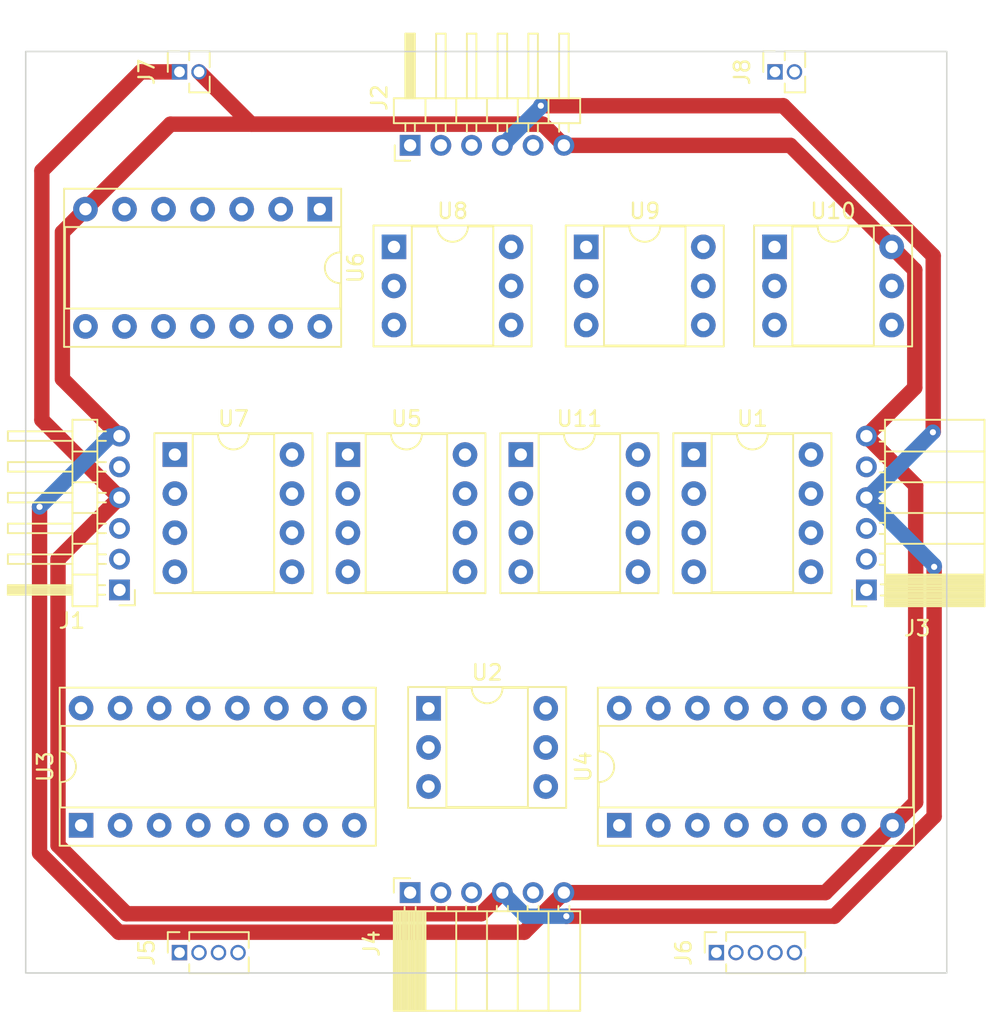
<source format=kicad_pcb>
(kicad_pcb (version 20221018) (generator pcbnew)
  (layers (0 "F.Cu" signal) (31 "B.Cu" signal) (34 "B.Paste" user) (35 "F.Paste" user) (36 "B.SilkS" user "B.Silkscreen") (37 "F.SilkS" user "F.Silkscreen") (38 "B.Mask" user) (39 "F.Mask" user) (44 "Edge.Cuts" user))
  (net 0 "")
  (net 1 "CLK")
  (net 2 "MOSI")
  (net 3 "SS")
  (net 4 "VIN")
  (net 5 "VCC")
  (net 6 "GND")
  (net 7 "MISO0")
  (net 8 "MISO1")
  (net 9 "LS0")
  (net 10 "LS1")
  (net 11 "LS2")
  (net 12 "LS3")
  (net 13 "LS4")
  (net 14 "LS5")
  (net 15 "LS6")
  (net 16 "LS7")
  (net 17 "LS8")
  (net 18 "LEN")
  (net 19 "Net-(U4-Q0)")
  (net 20 "Net-(U4-Q1)")
  (net 21 "Net-(U11-C)")
  (net 22 "Net-(U6A-~{Q})")
  (net 23 "Net-(U3-RCLK)")
  (net 24 "Net-(U3-QD)")
  (net 25 "Net-(U4-CPR)")
  (net 31 "SEN")
  (net 33 "Net-(U6B-~{R})")
  (net 34 "Net-(U5-Pad7)")
  (net 35 "Net-(U6A-~{R})")
  (net 36 "Net-(U6A-D)")
  (net 37 "Net-(U6A-C)")
  (net 38 "Net-(U10-LE)")
  (net 39 "Net-(U6B-~{Q})")
  (net 40 "Net-(U6B-~{S})")
  (net 41 "Net-(U11-Q)")
  (net 42 "Net-(U10-Q)")
  (footprint "Package_DIP:DIP-6_W7.62mm_Socket" (layer "F.Cu") (at 51.2 67.7)
    (fp_text reference "U2" (at 3.81 -2.33) (layer "F.SilkS"))
    (fp_text value "74LVC2G04")
    (pad "1" thru_hole rect (at 0 0) (size 1.6 1.6) (drill 0.8) (layers "*.Cu" "*.Mask") (net 1 "CLK"))
    (pad "2" thru_hole oval (at 0 2.54) (size 1.6 1.6) (drill 0.8) (layers "*.Cu" "*.Mask") (net 6 "GND"))
    (pad "3" thru_hole oval (at 0 5.08) (size 1.6 1.6) (drill 0.8) (layers "*.Cu" "*.Mask") (net 24 "Net-(U3-QD)"))
    (pad "4" thru_hole oval (at 7.62 5.08) (size 1.6 1.6) (drill 0.8) (layers "*.Cu" "*.Mask") (net 18 "LEN"))
    (pad "5" thru_hole oval (at 7.62 2.54) (size 1.6 1.6) (drill 0.8) (layers "*.Cu" "*.Mask") (net 5 "VCC"))
    (pad "6" thru_hole oval (at 7.62 0) (size 1.6 1.6) (drill 0.8) (layers "*.Cu" "*.Mask") (net 25 "Net-(U4-CPR)"))
  )
  (footprint "Connector_PinHeader_2.00mm:PinHeader_1x06_P2.00mm_Horizontal" (layer "F.Cu") (at 31.1 60 180)
    (fp_text reference "J1" (at 3.1 -2) (layer "F.SilkS"))
    (fp_text value "Conn_01x06")
    (pad "1" thru_hole rect (at 0 0 180) (size 1.35 1.35) (drill 0.8) (layers "*.Cu" "*.Mask") (net 1 "CLK"))
    (pad "2" thru_hole oval (at 0 2 180) (size 1.35 1.35) (drill 0.8) (layers "*.Cu" "*.Mask") (net 2 "MOSI"))
    (pad "3" thru_hole oval (at 0 4 180) (size 1.35 1.35) (drill 0.8) (layers "*.Cu" "*.Mask") (net 3 "SS"))
    (pad "4" thru_hole oval (at 0 6 180) (size 1.35 1.35) (drill 0.8) (layers "*.Cu" "*.Mask") (net 4 "VIN"))
    (pad "5" thru_hole oval (at 0 8 180) (size 1.35 1.35) (drill 0.8) (layers "*.Cu" "*.Mask") (net 5 "VCC"))
    (pad "6" thru_hole oval (at 0 10 180) (size 1.35 1.35) (drill 0.8) (layers "*.Cu" "*.Mask") (net 6 "GND"))
  )
  (footprint "Package_DIP:DIP-8_W7.62mm_Socket" (layer "F.Cu") (at 34.7 51.2)
    (fp_text reference "U7" (at 3.81 -2.33) (layer "F.SilkS"))
    (fp_text value "74LVC2G32")
    (pad "1" thru_hole rect (at 0 0) (size 1.6 1.6) (drill 0.8) (layers "*.Cu" "*.Mask") (net 33 "Net-(U6B-~{R})"))
    (pad "2" thru_hole oval (at 0 2.54) (size 1.6 1.6) (drill 0.8) (layers "*.Cu" "*.Mask") (net 39 "Net-(U6B-~{Q})"))
    (pad "3" thru_hole oval (at 0 5.08) (size 1.6 1.6) (drill 0.8) (layers "*.Cu" "*.Mask") (net 40 "Net-(U6B-~{S})"))
    (pad "4" thru_hole oval (at 0 7.62) (size 1.6 1.6) (drill 0.8) (layers "*.Cu" "*.Mask") (net 6 "GND"))
    (pad "5" thru_hole oval (at 7.62 7.62) (size 1.6 1.6) (drill 0.8) (layers "*.Cu" "*.Mask") (net 34 "Net-(U5-Pad7)"))
    (pad "6" thru_hole oval (at 7.62 5.08) (size 1.6 1.6) (drill 0.8) (layers "*.Cu" "*.Mask") (net 38 "Net-(U10-LE)"))
    (pad "7" thru_hole oval (at 7.62 2.54) (size 1.6 1.6) (drill 0.8) (layers "*.Cu" "*.Mask") (net 35 "Net-(U6A-~{R})"))
    (pad "8" thru_hole oval (at 7.62 0) (size 1.6 1.6) (drill 0.8) (layers "*.Cu" "*.Mask") (net 5 "VCC"))
  )
  (footprint "Connector_PinHeader_2.00mm:PinHeader_1x06_P2.00mm_Horizontal" (layer "F.Cu") (at 50 31.1 90)
    (fp_text reference "J2" (at 3.1 -2 90) (layer "F.SilkS"))
    (fp_text value "Conn_01x06")
    (pad "1" thru_hole rect (at 0 0 90) (size 1.35 1.35) (drill 0.8) (layers "*.Cu" "*.Mask") (net 1 "CLK"))
    (pad "2" thru_hole oval (at 0 2 90) (size 1.35 1.35) (drill 0.8) (layers "*.Cu" "*.Mask") (net 2 "MOSI"))
    (pad "3" thru_hole oval (at 0 4 90) (size 1.35 1.35) (drill 0.8) (layers "*.Cu" "*.Mask") (net 3 "SS"))
    (pad "4" thru_hole oval (at 0 6 90) (size 1.35 1.35) (drill 0.8) (layers "*.Cu" "*.Mask") (net 4 "VIN"))
    (pad "5" thru_hole oval (at 0 8 90) (size 1.35 1.35) (drill 0.8) (layers "*.Cu" "*.Mask") (net 5 "VCC"))
    (pad "6" thru_hole oval (at 0 10 90) (size 1.35 1.35) (drill 0.8) (layers "*.Cu" "*.Mask") (net 6 "GND"))
  )
  (footprint "Package_DIP:DIP-16_W7.62mm_Socket" (layer "F.Cu") (at 28.6 75.3 90)
    (fp_text reference "U3" (at 3.81 -2.33 90) (layer "F.SilkS"))
    (fp_text value "74HC595")
    (pad "1" thru_hole rect (at 0 0 90) (size 1.6 1.6) (drill 0.8) (layers "*.Cu" "*.Mask") (net 10 "LS1"))
    (pad "2" thru_hole oval (at 0 2.54 90) (size 1.6 1.6) (drill 0.8) (layers "*.Cu" "*.Mask") (net 11 "LS2"))
    (pad "3" thru_hole oval (at 0 5.08 90) (size 1.6 1.6) (drill 0.8) (layers "*.Cu" "*.Mask") (net 24 "Net-(U3-QD)"))
    (pad "4" thru_hole oval (at 0 7.62 90) (size 1.6 1.6) (drill 0.8) (layers "*.Cu" "*.Mask"))
    (pad "5" thru_hole oval (at 0 10.16 90) (size 1.6 1.6) (drill 0.8) (layers "*.Cu" "*.Mask"))
    (pad "6" thru_hole oval (at 0 12.7 90) (size 1.6 1.6) (drill 0.8) (layers "*.Cu" "*.Mask"))
    (pad "7" thru_hole oval (at 0 15.24 90) (size 1.6 1.6) (drill 0.8) (layers "*.Cu" "*.Mask"))
    (pad "8" thru_hole oval (at 0 17.78 90) (size 1.6 1.6) (drill 0.8) (layers "*.Cu" "*.Mask") (net 6 "GND"))
    (pad "9" thru_hole oval (at 7.62 17.78 90) (size 1.6 1.6) (drill 0.8) (layers "*.Cu" "*.Mask"))
    (pad "10" thru_hole oval (at 7.62 15.24 90) (size 1.6 1.6) (drill 0.8) (layers "*.Cu" "*.Mask") (net 31 "SEN"))
    (pad "11" thru_hole oval (at 7.62 12.7 90) (size 1.6 1.6) (drill 0.8) (layers "*.Cu" "*.Mask") (net 1 "CLK"))
    (pad "12" thru_hole oval (at 7.62 10.16 90) (size 1.6 1.6) (drill 0.8) (layers "*.Cu" "*.Mask") (net 23 "Net-(U3-RCLK)"))
    (pad "13" thru_hole oval (at 7.62 7.62 90) (size 1.6 1.6) (drill 0.8) (layers "*.Cu" "*.Mask") (net 6 "GND"))
    (pad "14" thru_hole oval (at 7.62 5.08 90) (size 1.6 1.6) (drill 0.8) (layers "*.Cu" "*.Mask") (net 2 "MOSI"))
    (pad "15" thru_hole oval (at 7.62 2.54 90) (size 1.6 1.6) (drill 0.8) (layers "*.Cu" "*.Mask") (net 9 "LS0"))
    (pad "16" thru_hole oval (at 7.62 0 90) (size 1.6 1.6) (drill 0.8) (layers "*.Cu" "*.Mask") (net 5 "VCC"))
  )
  (footprint "Connector_PinSocket_2.00mm:PinSocket_1x06_P2.00mm_Horizontal" (layer "F.Cu") (at 79.675 60 180)
    (fp_text reference "J3" (at -3.31 -2.5) (layer "F.SilkS"))
    (fp_text value "Conn_01x06")
    (pad "1" thru_hole rect (at 0 0 180) (size 1.35 1.35) (drill 0.8) (layers "*.Cu" "*.Mask") (net 1 "CLK"))
    (pad "2" thru_hole oval (at 0 2 180) (size 1.35 1.35) (drill 0.8) (layers "*.Cu" "*.Mask") (net 7 "MISO0"))
    (pad "3" thru_hole oval (at 0 4 180) (size 1.35 1.35) (drill 0.8) (layers "*.Cu" "*.Mask") (net 3 "SS"))
    (pad "4" thru_hole oval (at 0 6 180) (size 1.35 1.35) (drill 0.8) (layers "*.Cu" "*.Mask") (net 4 "VIN"))
    (pad "5" thru_hole oval (at 0 8 180) (size 1.35 1.35) (drill 0.8) (layers "*.Cu" "*.Mask") (net 5 "VCC"))
    (pad "6" thru_hole oval (at 0 10 180) (size 1.35 1.35) (drill 0.8) (layers "*.Cu" "*.Mask") (net 6 "GND"))
  )
  (footprint "Connector_PinSocket_1.27mm:PinSocket_1x02_P1.27mm_Vertical" (layer "F.Cu") (at 35 26.325 90)
    (fp_text reference "J7" (at 0 -2.135 90) (layer "F.SilkS"))
    (fp_text value "Conn_01x02")
    (pad "1" thru_hole rect (at 0 0 90) (size 1 1) (drill 0.7) (layers "*.Cu" "*.Mask") (net 4 "VIN"))
    (pad "2" thru_hole oval (at 0 1.27 90) (size 1 1) (drill 0.7) (layers "*.Cu" "*.Mask") (net 6 "GND"))
  )
  (footprint "Package_DIP:DIP-8_W7.62mm_Socket" (layer "F.Cu") (at 68.45 51.2)
    (fp_text reference "U1" (at 3.81 -2.33) (layer "F.SilkS"))
    (fp_text value "74LVC2G08")
    (pad "1" thru_hole rect (at 0 0) (size 1.6 1.6) (drill 0.8) (layers "*.Cu" "*.Mask") (net 19 "Net-(U4-Q0)"))
    (pad "2" thru_hole oval (at 0 2.54) (size 1.6 1.6) (drill 0.8) (layers "*.Cu" "*.Mask") (net 20 "Net-(U4-Q1)"))
    (pad "3" thru_hole oval (at 0 5.08) (size 1.6 1.6) (drill 0.8) (layers "*.Cu" "*.Mask") (net 21 "Net-(U11-C)"))
    (pad "4" thru_hole oval (at 0 7.62) (size 1.6 1.6) (drill 0.8) (layers "*.Cu" "*.Mask") (net 6 "GND"))
    (pad "5" thru_hole oval (at 7.62 7.62) (size 1.6 1.6) (drill 0.8) (layers "*.Cu" "*.Mask") (net 22 "Net-(U6A-~{Q})"))
    (pad "6" thru_hole oval (at 7.62 5.08) (size 1.6 1.6) (drill 0.8) (layers "*.Cu" "*.Mask") (net 2 "MOSI"))
    (pad "7" thru_hole oval (at 7.62 2.54) (size 1.6 1.6) (drill 0.8) (layers "*.Cu" "*.Mask") (net 23 "Net-(U3-RCLK)"))
    (pad "8" thru_hole oval (at 7.62 0) (size 1.6 1.6) (drill 0.8) (layers "*.Cu" "*.Mask") (net 5 "VCC"))
  )
  (footprint "Package_DIP:DIP-14_W7.62mm_Socket" (layer "F.Cu") (at 44.125 35.25 -90)
    (fp_text reference "U6" (at 3.81 -2.33 90) (layer "F.SilkS"))
    (fp_text value "74LS74")
    (pad "1" thru_hole rect (at 0 0 270) (size 1.6 1.6) (drill 0.8) (layers "*.Cu" "*.Mask") (net 35 "Net-(U6A-~{R})"))
    (pad "2" thru_hole oval (at 0 2.54 270) (size 1.6 1.6) (drill 0.8) (layers "*.Cu" "*.Mask") (net 36 "Net-(U6A-D)"))
    (pad "3" thru_hole oval (at 0 5.08 270) (size 1.6 1.6) (drill 0.8) (layers "*.Cu" "*.Mask") (net 37 "Net-(U6A-C)"))
    (pad "4" thru_hole oval (at 0 7.62 270) (size 1.6 1.6) (drill 0.8) (layers "*.Cu" "*.Mask") (net 6 "GND"))
    (pad "5" thru_hole oval (at 0 10.16 270) (size 1.6 1.6) (drill 0.8) (layers "*.Cu" "*.Mask") (net 38 "Net-(U10-LE)"))
    (pad "6" thru_hole oval (at 0 12.7 270) (size 1.6 1.6) (drill 0.8) (layers "*.Cu" "*.Mask") (net 22 "Net-(U6A-~{Q})"))
    (pad "7" thru_hole oval (at 0 15.24 270) (size 1.6 1.6) (drill 0.8) (layers "*.Cu" "*.Mask") (net 6 "GND"))
    (pad "8" thru_hole oval (at 7.62 15.24 270) (size 1.6 1.6) (drill 0.8) (layers "*.Cu" "*.Mask") (net 39 "Net-(U6B-~{Q})"))
    (pad "9" thru_hole oval (at 7.62 12.7 270) (size 1.6 1.6) (drill 0.8) (layers "*.Cu" "*.Mask") (net 31 "SEN"))
    (pad "10" thru_hole oval (at 7.62 10.16 270) (size 1.6 1.6) (drill 0.8) (layers "*.Cu" "*.Mask") (net 40 "Net-(U6B-~{S})"))
    (pad "11" thru_hole oval (at 7.62 7.62 270) (size 1.6 1.6) (drill 0.8) (layers "*.Cu" "*.Mask") (net 6 "GND"))
    (pad "12" thru_hole oval (at 7.62 5.08 270) (size 1.6 1.6) (drill 0.8) (layers "*.Cu" "*.Mask") (net 6 "GND"))
    (pad "13" thru_hole oval (at 7.62 2.54 270) (size 1.6 1.6) (drill 0.8) (layers "*.Cu" "*.Mask") (net 33 "Net-(U6B-~{R})"))
    (pad "14" thru_hole oval (at 7.62 0 270) (size 1.6 1.6) (drill 0.8) (layers "*.Cu" "*.Mask") (net 5 "VCC"))
  )
  (footprint "Connector_PinSocket_1.27mm:PinSocket_1x04_P1.27mm_Vertical" (layer "F.Cu") (at 35 83.575 90)
    (fp_text reference "J5" (at 0 -2.135 90) (layer "F.SilkS"))
    (fp_text value "Conn_01x04")
    (pad "1" thru_hole rect (at 0 0 90) (size 1 1) (drill 0.7) (layers "*.Cu" "*.Mask") (net 9 "LS0"))
    (pad "2" thru_hole oval (at 0 1.27 90) (size 1 1) (drill 0.7) (layers "*.Cu" "*.Mask") (net 10 "LS1"))
    (pad "3" thru_hole oval (at 0 2.54 90) (size 1 1) (drill 0.7) (layers "*.Cu" "*.Mask") (net 11 "LS2"))
    (pad "4" thru_hole oval (at 0 3.81 90) (size 1 1) (drill 0.7) (layers "*.Cu" "*.Mask") (net 12 "LS3"))
  )
  (footprint "Connector_PinSocket_1.27mm:PinSocket_1x02_P1.27mm_Vertical" (layer "F.Cu") (at 73.73 26.325 90)
    (fp_text reference "J8" (at 0 -2.135 90) (layer "F.SilkS"))
    (fp_text value "Conn_01x02")
    (pad "1" thru_hole rect (at 0 0 90) (size 1 1) (drill 0.7) (layers "*.Cu" "*.Mask") (net 5 "VCC"))
    (pad "2" thru_hole oval (at 0 1.27 90) (size 1 1) (drill 0.7) (layers "*.Cu" "*.Mask") (net 18 "LEN"))
  )
  (footprint "Package_DIP:DIP-6_W7.62mm_Socket" (layer "F.Cu") (at 48.95 37.7)
    (fp_text reference "U8" (at 3.81 -2.33) (layer "F.SilkS"))
    (fp_text value "74LVC1G18")
    (pad "1" thru_hole rect (at 0 0) (size 1.6 1.6) (drill 0.8) (layers "*.Cu" "*.Mask") (net 41 "Net-(U11-Q)"))
    (pad "2" thru_hole oval (at 0 2.54) (size 1.6 1.6) (drill 0.8) (layers "*.Cu" "*.Mask") (net 6 "GND"))
    (pad "3" thru_hole oval (at 0 5.08) (size 1.6 1.6) (drill 0.8) (layers "*.Cu" "*.Mask") (net 42 "Net-(U10-Q)"))
    (pad "4" thru_hole oval (at 7.62 5.08) (size 1.6 1.6) (drill 0.8) (layers "*.Cu" "*.Mask") (net 8 "MISO1"))
    (pad "5" thru_hole oval (at 7.62 2.54) (size 1.6 1.6) (drill 0.8) (layers "*.Cu" "*.Mask") (net 5 "VCC"))
    (pad "6" thru_hole oval (at 7.62 0) (size 1.6 1.6) (drill 0.8) (layers "*.Cu" "*.Mask") (net 7 "MISO0"))
  )
  (footprint "Package_DIP:DIP-8_W7.62mm_Socket" (layer "F.Cu") (at 45.95 51.2)
    (fp_text reference "U5" (at 3.81 -2.33) (layer "F.SilkS"))
    (fp_text value "74LVC2G00")
    (pad "1" thru_hole rect (at 0 0) (size 1.6 1.6) (drill 0.8) (layers "*.Cu" "*.Mask") (net 2 "MOSI"))
    (pad "2" thru_hole oval (at 0 2.54) (size 1.6 1.6) (drill 0.8) (layers "*.Cu" "*.Mask") (net 1 "CLK"))
    (pad "3" thru_hole oval (at 0 5.08) (size 1.6 1.6) (drill 0.8) (layers "*.Cu" "*.Mask") (net 33 "Net-(U6B-~{R})"))
    (pad "4" thru_hole oval (at 0 7.62) (size 1.6 1.6) (drill 0.8) (layers "*.Cu" "*.Mask") (net 6 "GND"))
    (pad "5" thru_hole oval (at 7.62 7.62) (size 1.6 1.6) (drill 0.8) (layers "*.Cu" "*.Mask") (net 1 "CLK"))
    (pad "6" thru_hole oval (at 7.62 5.08) (size 1.6 1.6) (drill 0.8) (layers "*.Cu" "*.Mask") (net 3 "SS"))
    (pad "7" thru_hole oval (at 7.62 2.54) (size 1.6 1.6) (drill 0.8) (layers "*.Cu" "*.Mask") (net 34 "Net-(U5-Pad7)"))
    (pad "8" thru_hole oval (at 7.62 0) (size 1.6 1.6) (drill 0.8) (layers "*.Cu" "*.Mask") (net 5 "VCC"))
  )
  (footprint "Connector_PinSocket_2.00mm:PinSocket_1x06_P2.00mm_Horizontal" (layer "F.Cu") (at 50 79.675 90)
    (fp_text reference "J4" (at -3.31 -2.5 90) (layer "F.SilkS"))
    (fp_text value "Conn_01x06")
    (pad "1" thru_hole rect (at 0 0 90) (size 1.35 1.35) (drill 0.8) (layers "*.Cu" "*.Mask") (net 1 "CLK"))
    (pad "2" thru_hole oval (at 0 2 90) (size 1.35 1.35) (drill 0.8) (layers "*.Cu" "*.Mask") (net 8 "MISO1"))
    (pad "3" thru_hole oval (at 0 4 90) (size 1.35 1.35) (drill 0.8) (layers "*.Cu" "*.Mask") (net 3 "SS"))
    (pad "4" thru_hole oval (at 0 6 90) (size 1.35 1.35) (drill 0.8) (layers "*.Cu" "*.Mask") (net 4 "VIN"))
    (pad "5" thru_hole oval (at 0 8 90) (size 1.35 1.35) (drill 0.8) (layers "*.Cu" "*.Mask") (net 5 "VCC"))
    (pad "6" thru_hole oval (at 0 10 90) (size 1.35 1.35) (drill 0.8) (layers "*.Cu" "*.Mask") (net 6 "GND"))
  )
  (footprint "Connector_PinSocket_1.27mm:PinSocket_1x05_P1.27mm_Vertical" (layer "F.Cu") (at 69.92 83.575 90)
    (fp_text reference "J6" (at 0 -2.135 90) (layer "F.SilkS"))
    (fp_text value "Conn_01x05")
    (pad "1" thru_hole rect (at 0 0 90) (size 1 1) (drill 0.7) (layers "*.Cu" "*.Mask") (net 13 "LS4"))
    (pad "2" thru_hole oval (at 0 1.27 90) (size 1 1) (drill 0.7) (layers "*.Cu" "*.Mask") (net 14 "LS5"))
    (pad "3" thru_hole oval (at 0 2.54 90) (size 1 1) (drill 0.7) (layers "*.Cu" "*.Mask") (net 15 "LS6"))
    (pad "4" thru_hole oval (at 0 3.81 90) (size 1 1) (drill 0.7) (layers "*.Cu" "*.Mask") (net 16 "LS7"))
    (pad "5" thru_hole oval (at 0 5.08 90) (size 1 1) (drill 0.7) (layers "*.Cu" "*.Mask") (net 17 "LS8"))
  )
  (footprint "Package_DIP:DIP-6_W7.62mm_Socket" (layer "F.Cu") (at 73.7 37.7)
    (fp_text reference "U10" (at 3.81 -2.33) (layer "F.SilkS"))
    (fp_text value "74LVC1G373")
    (pad "1" thru_hole rect (at 0 0) (size 1.6 1.6) (drill 0.8) (layers "*.Cu" "*.Mask") (net 38 "Net-(U10-LE)"))
    (pad "2" thru_hole oval (at 0 2.54) (size 1.6 1.6) (drill 0.8) (layers "*.Cu" "*.Mask") (net 6 "GND"))
    (pad "3" thru_hole oval (at 0 5.08) (size 1.6 1.6) (drill 0.8) (layers "*.Cu" "*.Mask") (net 2 "MOSI"))
    (pad "4" thru_hole oval (at 7.62 5.08) (size 1.6 1.6) (drill 0.8) (layers "*.Cu" "*.Mask") (net 42 "Net-(U10-Q)"))
    (pad "5" thru_hole oval (at 7.62 2.54) (size 1.6 1.6) (drill 0.8) (layers "*.Cu" "*.Mask") (net 5 "VCC"))
    (pad "6" thru_hole oval (at 7.62 0) (size 1.6 1.6) (drill 0.8) (layers "*.Cu" "*.Mask") (net 6 "GND"))
  )
  (footprint "Package_DIP:DIP-16_W7.62mm_Socket" (layer "F.Cu") (at 63.6 75.3 90)
    (fp_text reference "U4" (at 3.81 -2.33 90) (layer "F.SilkS"))
    (fp_text value "74HC590")
    (pad "1" thru_hole rect (at 0 0 90) (size 1.6 1.6) (drill 0.8) (layers "*.Cu" "*.Mask") (net 20 "Net-(U4-Q1)"))
    (pad "2" thru_hole oval (at 0 2.54 90) (size 1.6 1.6) (drill 0.8) (layers "*.Cu" "*.Mask") (net 12 "LS3"))
    (pad "3" thru_hole oval (at 0 5.08 90) (size 1.6 1.6) (drill 0.8) (layers "*.Cu" "*.Mask") (net 13 "LS4"))
    (pad "4" thru_hole oval (at 0 7.62 90) (size 1.6 1.6) (drill 0.8) (layers "*.Cu" "*.Mask") (net 14 "LS5"))
    (pad "5" thru_hole oval (at 0 10.16 90) (size 1.6 1.6) (drill 0.8) (layers "*.Cu" "*.Mask") (net 15 "LS6"))
    (pad "6" thru_hole oval (at 0 12.7 90) (size 1.6 1.6) (drill 0.8) (layers "*.Cu" "*.Mask") (net 16 "LS7"))
    (pad "7" thru_hole oval (at 0 15.24 90) (size 1.6 1.6) (drill 0.8) (layers "*.Cu" "*.Mask") (net 17 "LS8"))
    (pad "8" thru_hole oval (at 0 17.78 90) (size 1.6 1.6) (drill 0.8) (layers "*.Cu" "*.Mask") (net 6 "GND"))
    (pad "9" thru_hole oval (at 7.62 17.78 90) (size 1.6 1.6) (drill 0.8) (layers "*.Cu" "*.Mask"))
    (pad "10" thru_hole oval (at 7.62 15.24 90) (size 1.6 1.6) (drill 0.8) (layers "*.Cu" "*.Mask") (net 31 "SEN"))
    (pad "11" thru_hole oval (at 7.62 12.7 90) (size 1.6 1.6) (drill 0.8) (layers "*.Cu" "*.Mask") (net 1 "CLK"))
    (pad "12" thru_hole oval (at 7.62 10.16 90) (size 1.6 1.6) (drill 0.8) (layers "*.Cu" "*.Mask") (net 6 "GND"))
    (pad "13" thru_hole oval (at 7.62 7.62 90) (size 1.6 1.6) (drill 0.8) (layers "*.Cu" "*.Mask") (net 25 "Net-(U4-CPR)"))
    (pad "14" thru_hole oval (at 7.62 5.08 90) (size 1.6 1.6) (drill 0.8) (layers "*.Cu" "*.Mask") (net 6 "GND"))
    (pad "15" thru_hole oval (at 7.62 2.54 90) (size 1.6 1.6) (drill 0.8) (layers "*.Cu" "*.Mask") (net 19 "Net-(U4-Q0)"))
    (pad "16" thru_hole oval (at 7.62 0 90) (size 1.6 1.6) (drill 0.8) (layers "*.Cu" "*.Mask") (net 5 "VCC"))
  )
  (footprint "Package_DIP:DIP-6_W7.62mm_Socket" (layer "F.Cu") (at 61.45 37.7)
    (fp_text reference "U9" (at 3.81 -2.33) (layer "F.SilkS"))
    (fp_text value "74LVC2G04")
    (pad "1" thru_hole rect (at 0 0) (size 1.6 1.6) (drill 0.8) (layers "*.Cu" "*.Mask") (net 37 "Net-(U6A-C)"))
    (pad "2" thru_hole oval (at 0 2.54) (size 1.6 1.6) (drill 0.8) (layers "*.Cu" "*.Mask") (net 6 "GND"))
    (pad "3" thru_hole oval (at 0 5.08) (size 1.6 1.6) (drill 0.8) (layers "*.Cu" "*.Mask") (net 21 "Net-(U11-C)"))
    (pad "4" thru_hole oval (at 7.62 5.08) (size 1.6 1.6) (drill 0.8) (layers "*.Cu" "*.Mask") (net 37 "Net-(U6A-C)"))
    (pad "5" thru_hole oval (at 7.62 2.54) (size 1.6 1.6) (drill 0.8) (layers "*.Cu" "*.Mask") (net 5 "VCC"))
    (pad "6" thru_hole oval (at 7.62 0) (size 1.6 1.6) (drill 0.8) (layers "*.Cu" "*.Mask") (net 36 "Net-(U6A-D)"))
  )
  (footprint "Package_DIP:DIP-8_W7.62mm_Socket" (layer "F.Cu") (at 57.2 51.2)
    (fp_text reference "U11" (at 3.81 -2.33) (layer "F.SilkS"))
    (fp_text value "74AUC1G74")
    (pad "1" thru_hole rect (at 0 0) (size 1.6 1.6) (drill 0.8) (layers "*.Cu" "*.Mask") (net 21 "Net-(U11-C)"))
    (pad "2" thru_hole oval (at 0 2.54) (size 1.6 1.6) (drill 0.8) (layers "*.Cu" "*.Mask") (net 3 "SS"))
    (pad "3" thru_hole oval (at 0 5.08) (size 1.6 1.6) (drill 0.8) (layers "*.Cu" "*.Mask"))
    (pad "4" thru_hole oval (at 0 7.62) (size 1.6 1.6) (drill 0.8) (layers "*.Cu" "*.Mask") (net 6 "GND"))
    (pad "5" thru_hole oval (at 7.62 7.62) (size 1.6 1.6) (drill 0.8) (layers "*.Cu" "*.Mask") (net 41 "Net-(U11-Q)"))
    (pad "6" thru_hole oval (at 7.62 5.08) (size 1.6 1.6) (drill 0.8) (layers "*.Cu" "*.Mask") (net 6 "GND"))
    (pad "7" thru_hole oval (at 7.62 2.54) (size 1.6 1.6) (drill 0.8) (layers "*.Cu" "*.Mask") (net 6 "GND"))
    (pad "8" thru_hole oval (at 7.62 0) (size 1.6 1.6) (drill 0.8) (layers "*.Cu" "*.Mask") (net 5 "VCC"))
  )
  (gr_rect (start 25 25) (end 84.9 84.9) (stroke (width 0.1)) (fill none) (layer "Edge.Cuts"))
  (segment (start 74.266821 28.5255) (end 84.02 38.278679) (width 1) (layer "F.Cu") (net 4))
  (segment (start 26.05 32.752944) (end 26.05 48.95) (width 1) (layer "F.Cu") (net 4))
  (segment (start 84.02 49.73) (end 84 49.75) (width 1) (layer "F.Cu") (net 4))
  (segment (start 27.1 58) (end 27.1 76.6) (width 1) (layer "F.Cu") (net 4))
  (segment (start 27.1 76.6) (end 31.55 81.05) (width 1) (layer "F.Cu") (net 4))
  (segment (start 54.625 81.05) (end 56 79.675) (width 1) (layer "F.Cu") (net 4))
  (segment (start 77.590894 81.210427) (end 60.160924 81.210427) (width 1) (layer "F.Cu") (net 4))
  (segment (start 84.02 38.278679) (end 84.02 49.73) (width 1) (layer "F.Cu") (net 4))
  (segment (start 35 26.325) (end 32.477944 26.325) (width 1) (layer "F.Cu") (net 4))
  (segment (start 32.477944 26.325) (end 26.05 32.752944) (width 1) (layer "F.Cu") (net 4))
  (segment (start 58.5 28.5255) (end 74.266821 28.5255) (width 1) (layer "F.Cu") (net 4))
  (segment (start 26.05 48.95) (end 31.1 54) (width 1) (layer "F.Cu") (net 4))
  (segment (start 84.08 74.721321) (end 77.590894 81.210427) (width 1) (layer "F.Cu") (net 4))
  (segment (start 31.1 54) (end 27.1 58) (width 1) (layer "F.Cu") (net 4))
  (segment (start 84.08 58.5) (end 84.08 74.721321) (width 1) (layer "F.Cu") (net 4))
  (segment (start 31.55 81.05) (end 54.625 81.05) (width 1) (layer "F.Cu") (net 4))
  (via (at 58.5 28.5255) (size 1) (drill 0.4) (layers "F.Cu" "B.Cu") (net 4))
  (via (at 84 49.75) (size 1) (drill 0.4) (layers "F.Cu" "B.Cu") (net 4))
  (via (at 60.160924 81.210427) (size 1) (drill 0.4) (layers "F.Cu" "B.Cu") (net 4))
  (via (at 84.08 58.5) (size 1) (drill 0.4) (layers "F.Cu" "B.Cu") (net 4))
  (segment (start 56 79.675) (end 57.535427 81.210427) (width 1) (layer "B.Cu") (net 4))
  (segment (start 79.675 54) (end 79.75 54) (width 1) (layer "B.Cu") (net 4))
  (segment (start 84.08 58.405) (end 79.675 54) (width 1) (layer "B.Cu") (net 4))
  (segment (start 84.08 58.5) (end 84.08 58.405) (width 1) (layer "B.Cu") (net 4))
  (segment (start 58.5 28.5255) (end 58.5 28.6) (width 1) (layer "B.Cu") (net 4))
  (segment (start 79.75 54) (end 84 49.75) (width 1) (layer "B.Cu") (net 4))
  (segment (start 57.535427 81.210427) (end 60.160924 81.210427) (width 1) (layer "B.Cu") (net 4))
  (segment (start 58.5 28.6) (end 56 31.1) (width 1) (layer "B.Cu") (net 4))
  (segment (start 31.052944 82.25) (end 57.425 82.25) (width 1) (layer "F.Cu") (net 6))
  (segment (start 27.385 36.75) (end 27.385 46.285) (width 1) (layer "F.Cu") (net 6))
  (segment (start 74.72 31.1) (end 60 31.1) (width 1) (layer "F.Cu") (net 6))
  (segment (start 77.005 79.675) (end 81.38 75.3) (width 1) (layer "F.Cu") (net 6))
  (segment (start 58.625 29.725) (end 34.41 29.725) (width 1) (layer "F.Cu") (net 6))
  (segment (start 82.88 73.8) (end 82.88 53.205) (width 1) (layer "F.Cu") (net 6))
  (segment (start 82.82 39.2) (end 81.32 37.7) (width 1) (layer "F.Cu") (net 6))
  (segment (start 27.385 46.285) (end 31.1 50) (width 1) (layer "F.Cu") (net 6))
  (segment (start 82.88 53.205) (end 79.675 50) (width 1) (layer "F.Cu") (net 6))
  (segment (start 79.675 50) (end 82.82 46.855) (width 1) (layer "F.Cu") (net 6))
  (segment (start 60 31.1) (end 58.625 29.725) (width 1) (layer "F.Cu") (net 6))
  (segment (start 81.38 75.3) (end 82.88 73.8) (width 1) (layer "F.Cu") (net 6))
  (segment (start 25.9 54.6) (end 25.9 77.097056) (width 1) (layer "F.Cu") (net 6))
  (segment (start 34.41 29.725) (end 28.885 35.25) (width 1) (layer "F.Cu") (net 6))
  (segment (start 82.82 46.855) (end 82.82 39.2) (width 1) (layer "F.Cu") (net 6))
  (segment (start 81.32 37.7) (end 74.72 31.1) (width 1) (layer "F.Cu") (net 6))
  (segment (start 36.27 26.325) (end 39.67 29.725) (width 1) (layer "F.Cu") (net 6))
  (segment (start 28.885 35.25) (end 27.385 36.75) (width 1) (layer "F.Cu") (net 6))
  (segment (start 25.9 77.097056) (end 31.052944 82.25) (width 1) (layer "F.Cu") (net 6))
  (segment (start 39.67 29.725) (end 58.625 29.725) (width 1) (layer "F.Cu") (net 6))
  (segment (start 57.425 82.25) (end 60 79.675) (width 1) (layer "F.Cu") (net 6))
  (segment (start 60 79.675) (end 77.005 79.675) (width 1) (layer "F.Cu") (net 6))
  (via (at 25.9 54.6) (size 1) (drill 0.4) (layers "F.Cu" "B.Cu") (net 6))
  (segment (start 25.9 54.6) (end 30.5 50) (width 1) (layer "B.Cu") (net 6))
  (segment (start 30.5 50) (end 31.1 50) (width 1) (layer "B.Cu") (net 6))
)
</source>
